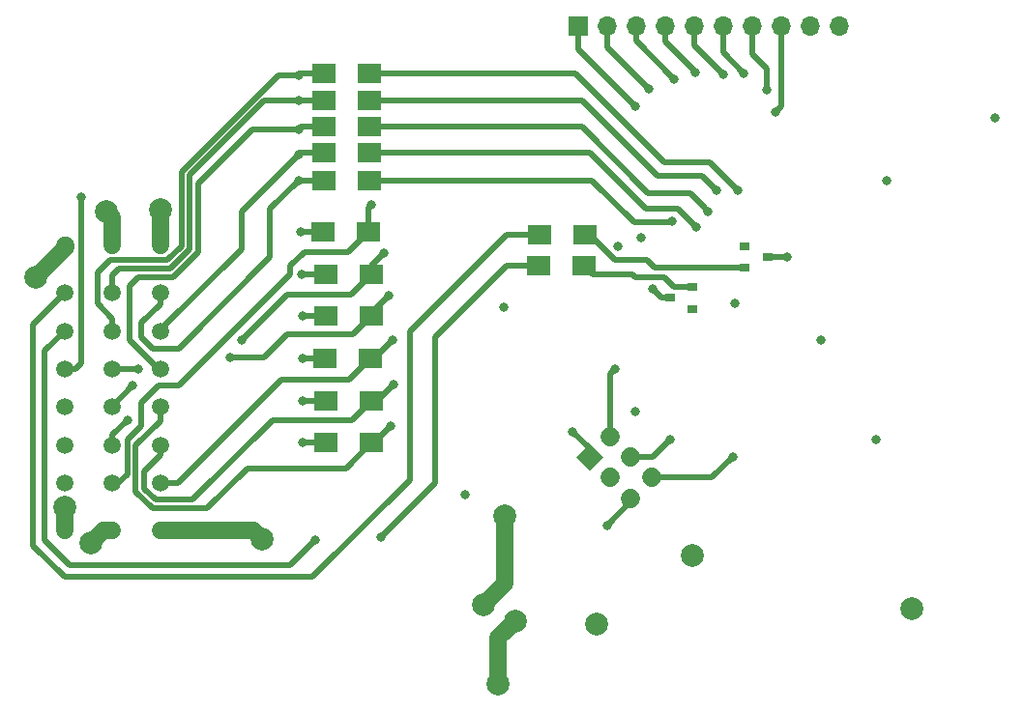
<source format=gbr>
G04 #@! TF.FileFunction,Copper,L2,Bot,Signal*
%FSLAX46Y46*%
G04 Gerber Fmt 4.6, Leading zero omitted, Abs format (unit mm)*
G04 Created by KiCad (PCBNEW 4.0.7) date 06/18/18 23:10:01*
%MOMM*%
%LPD*%
G01*
G04 APERTURE LIST*
%ADD10C,0.100000*%
%ADD11C,1.700000*%
%ADD12R,1.700000X1.700000*%
%ADD13O,1.700000X1.700000*%
%ADD14C,1.500000*%
%ADD15R,0.900000X0.800000*%
%ADD16R,2.000000X1.700000*%
%ADD17C,2.000000*%
%ADD18C,0.800000*%
%ADD19C,1.500000*%
%ADD20C,0.500000*%
G04 APERTURE END LIST*
D10*
G36*
X66500000Y-60952082D02*
X65297918Y-59750000D01*
X66500000Y-58547918D01*
X67702082Y-59750000D01*
X66500000Y-60952082D01*
X66500000Y-60952082D01*
G37*
D11*
X68296051Y-57953949D02*
X68296051Y-57953949D01*
X68296051Y-61546051D02*
X68296051Y-61546051D01*
X70092102Y-59750000D02*
X70092102Y-59750000D01*
X70092102Y-63342102D02*
X70092102Y-63342102D01*
X71888154Y-61546051D02*
X71888154Y-61546051D01*
D12*
X65500000Y-22000000D03*
D13*
X68040000Y-22000000D03*
X70580000Y-22000000D03*
X73120000Y-22000000D03*
X75660000Y-22000000D03*
X78200000Y-22000000D03*
X80740000Y-22000000D03*
X83280000Y-22000000D03*
X85820000Y-22000000D03*
X88360000Y-22000000D03*
D14*
X20500000Y-66180000D03*
X20500000Y-62030000D03*
X20500000Y-58700000D03*
X20500000Y-55370000D03*
X20500000Y-52040000D03*
X20500000Y-48710000D03*
X20500000Y-45380000D03*
X24700000Y-62030000D03*
X24700000Y-58700000D03*
X24700000Y-55370000D03*
X24700000Y-52040000D03*
X24700000Y-48710000D03*
X24700000Y-45380000D03*
X28900000Y-62030000D03*
X28900000Y-58700000D03*
X28900000Y-55370000D03*
X28900000Y-52040000D03*
X28900000Y-48710000D03*
X28900000Y-45380000D03*
X20500000Y-41230000D03*
X24700000Y-66180000D03*
X24700000Y-41230000D03*
X28900000Y-66180000D03*
X28900000Y-41230000D03*
D15*
X80100000Y-43150000D03*
X80100000Y-41250000D03*
X82100000Y-42200000D03*
X75500000Y-44850000D03*
X75500000Y-46750000D03*
X73500000Y-45800000D03*
D16*
X43400000Y-58500000D03*
X47400000Y-58500000D03*
X43400000Y-47400000D03*
X47400000Y-47400000D03*
X43400000Y-54800000D03*
X47400000Y-54800000D03*
X43400000Y-43700000D03*
X47400000Y-43700000D03*
X43300000Y-51100000D03*
X47300000Y-51100000D03*
X43125000Y-39975000D03*
X47125000Y-39975000D03*
X66100000Y-40300000D03*
X62100000Y-40300000D03*
X66000000Y-43000000D03*
X62000000Y-43000000D03*
X43200000Y-35500000D03*
X47200000Y-35500000D03*
X43200000Y-33100000D03*
X47200000Y-33100000D03*
X43200000Y-30800000D03*
X47200000Y-30800000D03*
X43200000Y-28500000D03*
X47200000Y-28500000D03*
X43200000Y-26100000D03*
X47200000Y-26100000D03*
D17*
X75500000Y-68400000D03*
X67100000Y-74400000D03*
D18*
X55600000Y-63000000D03*
D17*
X18000000Y-44000000D03*
X20500000Y-64100000D03*
D18*
X59000000Y-46600000D03*
X86750000Y-49500000D03*
X71000000Y-40500000D03*
X69000000Y-41250000D03*
X79250000Y-46250000D03*
X92500000Y-35500000D03*
X102000000Y-30000000D03*
D17*
X94700000Y-73000000D03*
D18*
X91600000Y-58200000D03*
X70500000Y-55750000D03*
X41400000Y-58500000D03*
X41400000Y-54800000D03*
X41400000Y-51100000D03*
X41400000Y-47400000D03*
X41300000Y-43700000D03*
X41200000Y-40000000D03*
D17*
X57200000Y-72700000D03*
X59100000Y-64900000D03*
X22800000Y-67300000D03*
X24200000Y-38200000D03*
D18*
X79000000Y-59750000D03*
X73500000Y-58250000D03*
X22000000Y-37000000D03*
X27000000Y-52000000D03*
D17*
X58500000Y-79600000D03*
X60000000Y-74100000D03*
X28900000Y-38100000D03*
X37800000Y-66900000D03*
D18*
X65000000Y-57500000D03*
X68750000Y-52000000D03*
X68000000Y-65750000D03*
X83750000Y-42250000D03*
X72000000Y-45000000D03*
X41000000Y-35500000D03*
X41000000Y-33250000D03*
X41000000Y-31000000D03*
X41000000Y-28500000D03*
X41000000Y-26250000D03*
X49100000Y-57000000D03*
X35000000Y-51000000D03*
X26500000Y-53500000D03*
X48900000Y-45600000D03*
X49300000Y-53400000D03*
X36000000Y-49500000D03*
X26000000Y-56500000D03*
X48500000Y-41900000D03*
X49200000Y-49500000D03*
X42500000Y-67000000D03*
X48250000Y-66750000D03*
X73700000Y-39100000D03*
X75800000Y-39600000D03*
X76800000Y-38200000D03*
X77600000Y-36400000D03*
X79500000Y-36400000D03*
X70500000Y-29000000D03*
X71700000Y-27500000D03*
X73900000Y-26600000D03*
X75750000Y-26000000D03*
X78200000Y-26200000D03*
X80000000Y-26100000D03*
X82000000Y-27600000D03*
X82800000Y-29500000D03*
X47400000Y-37600000D03*
D19*
X20500000Y-66180000D02*
X20500000Y-64100000D01*
X18000000Y-44000000D02*
X20599998Y-41400002D01*
X20599998Y-41400002D02*
X20599998Y-41230000D01*
X20599998Y-41230000D02*
X20500000Y-41230000D01*
D20*
X20500000Y-66180000D02*
X20500000Y-65750000D01*
X43400000Y-58500000D02*
X41400000Y-58500000D01*
X43400000Y-54800000D02*
X41400000Y-54800000D01*
X43300000Y-51100000D02*
X41400000Y-51100000D01*
X43400000Y-47400000D02*
X41400000Y-47400000D01*
X43400000Y-43700000D02*
X41300000Y-43700000D01*
X43125000Y-39975000D02*
X41225000Y-39975000D01*
X41225000Y-39975000D02*
X41200000Y-40000000D01*
D19*
X57200000Y-72700000D02*
X59100000Y-70800000D01*
X59100000Y-70800000D02*
X59100000Y-64900000D01*
X24700000Y-41230000D02*
X24700000Y-38700000D01*
X23920000Y-66180000D02*
X24700000Y-66180000D01*
X22800000Y-67300000D02*
X23920000Y-66180000D01*
X24700000Y-38700000D02*
X24200000Y-38200000D01*
D20*
X24700000Y-66180000D02*
X24700000Y-66300000D01*
X71888154Y-61546051D02*
X77203949Y-61546051D01*
X77203949Y-61546051D02*
X79000000Y-59750000D01*
X70092102Y-59750000D02*
X72000000Y-59750000D01*
X72000000Y-59750000D02*
X73500000Y-58250000D01*
X21460000Y-52040000D02*
X20500000Y-52040000D01*
X22000000Y-51500000D02*
X21460000Y-52040000D01*
X22000000Y-37000000D02*
X22000000Y-51500000D01*
X26960000Y-52040000D02*
X24700000Y-52040000D01*
X27000000Y-52000000D02*
X26960000Y-52040000D01*
X24700000Y-52040000D02*
X24700000Y-51500000D01*
D19*
X58500000Y-75600000D02*
X58500000Y-79600000D01*
X60000000Y-74100000D02*
X58500000Y-75600000D01*
X28900000Y-38100000D02*
X28900000Y-41230000D01*
X28900000Y-66180000D02*
X37080000Y-66180000D01*
X37080000Y-66180000D02*
X37800000Y-66900000D01*
D20*
X28900000Y-66180000D02*
X28820000Y-66180000D01*
X66500000Y-59750000D02*
X66500000Y-59000000D01*
X66500000Y-59000000D02*
X65000000Y-57500000D01*
X68296051Y-57953949D02*
X68296051Y-52453949D01*
X68296051Y-52453949D02*
X68750000Y-52000000D01*
X70092102Y-63342102D02*
X70092102Y-63657898D01*
X70092102Y-63657898D02*
X68000000Y-65750000D01*
X80100000Y-43150000D02*
X72150000Y-43150000D01*
X68750000Y-42500000D02*
X66550000Y-40300000D01*
X71500000Y-42500000D02*
X68750000Y-42500000D01*
X72150000Y-43150000D02*
X71500000Y-42500000D01*
X66550000Y-40300000D02*
X66100000Y-40300000D01*
X82100000Y-42200000D02*
X83700000Y-42200000D01*
X83700000Y-42200000D02*
X83750000Y-42250000D01*
X75500000Y-44850000D02*
X73850000Y-44850000D01*
X70250000Y-43750000D02*
X66750000Y-43750000D01*
X70500000Y-44000000D02*
X70250000Y-43750000D01*
X73000000Y-44000000D02*
X70500000Y-44000000D01*
X73850000Y-44850000D02*
X73000000Y-44000000D01*
X66750000Y-43750000D02*
X66000000Y-43000000D01*
X73500000Y-45800000D02*
X72800000Y-45800000D01*
X72800000Y-45800000D02*
X72000000Y-45000000D01*
X28900000Y-45380000D02*
X28900000Y-46350000D01*
X38500000Y-38000000D02*
X41000000Y-35500000D01*
X38500000Y-42250000D02*
X38500000Y-38000000D01*
X30500000Y-50250000D02*
X38500000Y-42250000D01*
X28250000Y-50250000D02*
X30500000Y-50250000D01*
X27250000Y-49250000D02*
X28250000Y-50250000D01*
X27250000Y-48000000D02*
X27250000Y-49250000D01*
X28900000Y-46350000D02*
X27250000Y-48000000D01*
X41000000Y-35500000D02*
X43200000Y-35500000D01*
X28900000Y-48710000D02*
X28900000Y-48600000D01*
X28900000Y-48600000D02*
X36000000Y-41500000D01*
X36000000Y-41500000D02*
X36000000Y-38250000D01*
X36000000Y-38250000D02*
X41000000Y-33250000D01*
X41000000Y-33250000D02*
X41150000Y-33100000D01*
X41150000Y-33100000D02*
X43200000Y-33100000D01*
X28900000Y-52040000D02*
X28790000Y-52040000D01*
X28790000Y-52040000D02*
X26250000Y-49500000D01*
X26250000Y-49500000D02*
X26250000Y-44750000D01*
X26250000Y-44750000D02*
X27000000Y-44000000D01*
X27000000Y-44000000D02*
X30000000Y-44000000D01*
X30000000Y-44000000D02*
X32250000Y-41750000D01*
X32250000Y-41750000D02*
X32250000Y-35750000D01*
X32250000Y-35750000D02*
X37000000Y-31000000D01*
X37000000Y-31000000D02*
X41000000Y-31000000D01*
X41000000Y-31000000D02*
X41200000Y-30800000D01*
X41200000Y-30800000D02*
X43200000Y-30800000D01*
X24700000Y-45380000D02*
X24700000Y-43800000D01*
X38000000Y-28500000D02*
X41000000Y-28500000D01*
X31450002Y-35049998D02*
X38000000Y-28500000D01*
X31450002Y-41539950D02*
X31450002Y-35049998D01*
X29789950Y-43200002D02*
X31450002Y-41539950D01*
X25299998Y-43200002D02*
X29789950Y-43200002D01*
X24700000Y-43800000D02*
X25299998Y-43200002D01*
X24700000Y-45380000D02*
X24700000Y-44800000D01*
X43200000Y-28500000D02*
X41000000Y-28500000D01*
X24700000Y-48710000D02*
X24700000Y-47600000D01*
X39250000Y-26250000D02*
X41000000Y-26250000D01*
X30750000Y-34750000D02*
X39250000Y-26250000D01*
X30750000Y-41250000D02*
X30750000Y-34750000D01*
X29500000Y-42500000D02*
X30750000Y-41250000D01*
X24500000Y-42500000D02*
X29500000Y-42500000D01*
X23400000Y-43600000D02*
X24500000Y-42500000D01*
X23400000Y-46300000D02*
X23400000Y-43600000D01*
X24700000Y-47600000D02*
X23400000Y-46300000D01*
X24700000Y-48710000D02*
X24460000Y-48710000D01*
X43200000Y-26100000D02*
X41150000Y-26100000D01*
X41150000Y-26100000D02*
X41000000Y-26250000D01*
X28900000Y-55370000D02*
X28900000Y-56600000D01*
X45150000Y-60750000D02*
X47400000Y-58500000D01*
X36500000Y-60750000D02*
X45150000Y-60750000D01*
X33000000Y-64250000D02*
X36500000Y-60750000D01*
X28250000Y-64250000D02*
X33000000Y-64250000D01*
X26750000Y-62750000D02*
X28250000Y-64250000D01*
X26750000Y-58750000D02*
X26750000Y-62750000D01*
X28900000Y-56600000D02*
X26750000Y-58750000D01*
X49100000Y-57000000D02*
X47600000Y-58500000D01*
X47600000Y-58500000D02*
X47400000Y-58500000D01*
X24700000Y-55370000D02*
X24700000Y-55300000D01*
X24700000Y-55300000D02*
X26500000Y-53500000D01*
X45800000Y-49000000D02*
X47400000Y-47400000D01*
X40000000Y-49000000D02*
X45800000Y-49000000D01*
X38000000Y-51000000D02*
X40000000Y-49000000D01*
X35000000Y-51000000D02*
X38000000Y-51000000D01*
X24700000Y-55370000D02*
X24880000Y-55370000D01*
X48900000Y-45600000D02*
X47400000Y-47100000D01*
X47400000Y-47100000D02*
X47400000Y-47400000D01*
X28900000Y-58700000D02*
X28900000Y-59600000D01*
X45700000Y-56500000D02*
X47400000Y-54800000D01*
X38750000Y-56500000D02*
X45700000Y-56500000D01*
X31750000Y-63500000D02*
X38750000Y-56500000D01*
X28500000Y-63500000D02*
X31750000Y-63500000D01*
X27500000Y-62500000D02*
X28500000Y-63500000D01*
X27500000Y-61000000D02*
X27500000Y-62500000D01*
X28900000Y-59600000D02*
X27500000Y-61000000D01*
X47400000Y-54800000D02*
X47900000Y-54800000D01*
X47900000Y-54800000D02*
X49300000Y-53400000D01*
X24700000Y-58700000D02*
X24700000Y-57800000D01*
X45600000Y-45500000D02*
X47400000Y-43700000D01*
X40000000Y-45500000D02*
X45600000Y-45500000D01*
X36000000Y-49500000D02*
X40000000Y-45500000D01*
X24700000Y-57800000D02*
X26000000Y-56500000D01*
X47400000Y-43700000D02*
X47400000Y-43000000D01*
X47400000Y-43000000D02*
X48500000Y-41900000D01*
X28900000Y-62030000D02*
X30470000Y-62030000D01*
X45400000Y-53000000D02*
X47300000Y-51100000D01*
X39500000Y-53000000D02*
X45400000Y-53000000D01*
X30470000Y-62030000D02*
X39500000Y-53000000D01*
X49200000Y-49500000D02*
X47600000Y-51100000D01*
X47600000Y-51100000D02*
X47300000Y-51100000D01*
X62000000Y-43000000D02*
X59250000Y-43000000D01*
X18750000Y-50460000D02*
X20500000Y-48710000D01*
X18750000Y-67000000D02*
X18750000Y-50460000D01*
X21000000Y-69250000D02*
X18750000Y-67000000D01*
X40250000Y-69250000D02*
X21000000Y-69250000D01*
X42500000Y-67000000D02*
X40250000Y-69250000D01*
X53000000Y-62000000D02*
X48250000Y-66750000D01*
X53000000Y-49250000D02*
X53000000Y-62000000D01*
X59250000Y-43000000D02*
X53000000Y-49250000D01*
X62100000Y-40300000D02*
X59200000Y-40300000D01*
X17750000Y-48130000D02*
X20500000Y-45380000D01*
X17750000Y-67500000D02*
X17750000Y-48130000D01*
X20500000Y-70250000D02*
X17750000Y-67500000D01*
X42250000Y-70250000D02*
X20500000Y-70250000D01*
X50750000Y-61750000D02*
X42250000Y-70250000D01*
X50750000Y-48750000D02*
X50750000Y-61750000D01*
X59200000Y-40300000D02*
X50750000Y-48750000D01*
X66700000Y-35500000D02*
X47200000Y-35500000D01*
X70400000Y-39200000D02*
X66700000Y-35500000D01*
X73600000Y-39200000D02*
X70400000Y-39200000D01*
X73700000Y-39100000D02*
X73600000Y-39200000D01*
X66500000Y-33100000D02*
X47200000Y-33100000D01*
X71400000Y-38000000D02*
X66500000Y-33100000D01*
X74200000Y-38000000D02*
X71400000Y-38000000D01*
X75800000Y-39600000D02*
X74200000Y-38000000D01*
X65800000Y-30800000D02*
X47200000Y-30800000D01*
X71600000Y-36600000D02*
X65800000Y-30800000D01*
X75300000Y-36600000D02*
X71600000Y-36600000D01*
X76600000Y-37900000D02*
X75300000Y-36600000D01*
X76600000Y-38000000D02*
X76600000Y-37900000D01*
X76800000Y-38200000D02*
X76600000Y-38000000D01*
X65800000Y-28500000D02*
X47200000Y-28500000D01*
X72400000Y-35100000D02*
X65800000Y-28500000D01*
X76300000Y-35100000D02*
X72400000Y-35100000D01*
X77600000Y-36400000D02*
X76300000Y-35100000D01*
X79500000Y-36400000D02*
X77000000Y-33900000D01*
X77000000Y-33900000D02*
X73000000Y-33900000D01*
X73000000Y-33900000D02*
X65200000Y-26100000D01*
X65200000Y-26100000D02*
X47200000Y-26100000D01*
X65500000Y-22000000D02*
X65500000Y-24000000D01*
X65500000Y-24000000D02*
X70500000Y-29000000D01*
X68040000Y-22000000D02*
X68040000Y-23840000D01*
X68040000Y-23840000D02*
X71700000Y-27500000D01*
X70580000Y-22000000D02*
X70580000Y-23280000D01*
X70580000Y-23280000D02*
X73900000Y-26600000D01*
X73120000Y-23320000D02*
X75800000Y-26000000D01*
X73120000Y-23320000D02*
X73120000Y-22000000D01*
X75775000Y-25975000D02*
X75800000Y-26000000D01*
X75750000Y-26000000D02*
X75775000Y-25975000D01*
X75660000Y-22000000D02*
X75660000Y-23660000D01*
X75660000Y-23660000D02*
X78200000Y-26200000D01*
X78200000Y-22000000D02*
X78200000Y-24300000D01*
X78200000Y-24300000D02*
X80000000Y-26100000D01*
X80740000Y-22000000D02*
X80740000Y-24440000D01*
X82000000Y-25700000D02*
X82000000Y-27600000D01*
X80740000Y-24440000D02*
X82000000Y-25700000D01*
X83280000Y-22000000D02*
X83280000Y-29020000D01*
X83280000Y-29020000D02*
X82800000Y-29500000D01*
X24700000Y-62030000D02*
X25220000Y-62030000D01*
X25220000Y-62030000D02*
X26000000Y-61250000D01*
X26000000Y-61250000D02*
X26000000Y-58250000D01*
X26000000Y-58250000D02*
X27250000Y-57000000D01*
X27250000Y-57000000D02*
X27250000Y-55000000D01*
X27250000Y-55000000D02*
X28750000Y-53500000D01*
X28750000Y-53500000D02*
X30500000Y-53500000D01*
X30500000Y-53500000D02*
X40250000Y-43750000D01*
X40250000Y-43750000D02*
X40250000Y-43000000D01*
X40250000Y-43000000D02*
X41500000Y-41750000D01*
X41500000Y-41750000D02*
X45350000Y-41750000D01*
X45350000Y-41750000D02*
X47125000Y-39975000D01*
X47125000Y-37875000D02*
X47125000Y-39975000D01*
X47400000Y-37600000D02*
X47125000Y-37875000D01*
M02*

</source>
